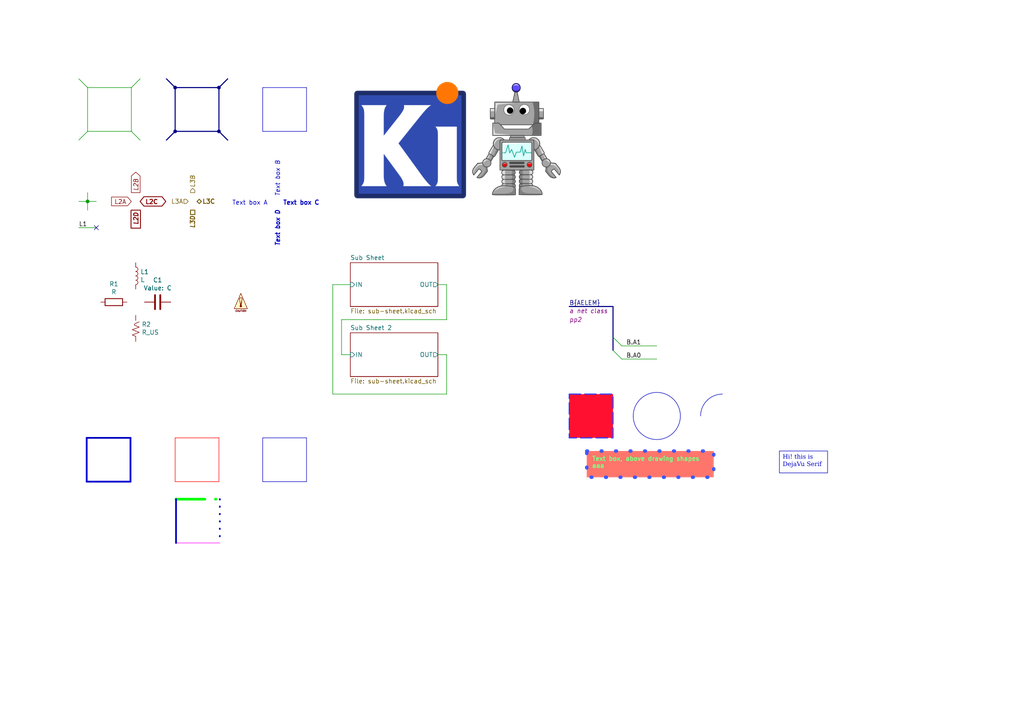
<source format=kicad_sch>
(kicad_sch (version 20230121) (generator eeschema)
  (paper "A4")
  (title_block (title "Title") (date "2020-08-12") (rev "r1B") (company "Company") (comment 1 "Comment 1") (comment 2 "Comment 2") (comment 3 "Comment 3") (comment 4 "@Comment4@"))
  (lib_symbols
    (symbol "Device:C" (pin_numbers hide) (pin_names (offset 0.254))
      (property "Reference" "C" (at 0.635 2.54 0))
      (property "Value" "C" (at 0.635 -2.54 0))
      (symbol "C_0_1"
        (polyline (pts (xy -2.032 -0.762) (xy 2.032 -0.762)) (stroke (width 0.508)))
        (polyline (pts (xy -2.032 0.762) (xy 2.032 0.762)) (stroke (width 0.508)))
      )
      (symbol "C_1_1"
        (pin passive line (at 0 3.81 270) (length 2.794) (name "~") (number "1"))
        (pin passive line (at 0 -3.81 90) (length 2.794) (name "~") (number "2"))
      )
    )
    (symbol "Device:L" (pin_numbers hide) (pin_names (offset 1.016) hide)
      (property "Reference" "L" (at -1.27 0 90))
      (property "Value" "L" (at 1.905 0 90))
      (symbol "L_0_1"
        (arc (start 0 -2.54) (mid 0.6323 -1.905) (end 0 -1.27))
        (arc (start 0 -1.27) (mid 0.6323 -0.635) (end 0 0))
        (arc (start 0 0) (mid 0.6323 0.635) (end 0 1.27))
        (arc (start 0 1.27) (mid 0.6323 1.905) (end 0 2.54))
      )
      (symbol "L_1_1"
        (pin passive line (at 0 3.81 270) (length 1.27) (name "1") (number "1"))
        (pin passive line (at 0 -3.81 90) (length 1.27) (name "2") (number "2"))
      )
    )
    (symbol "Device:R_US" (pin_numbers hide) (pin_names (offset 0))
      (property "Reference" "R" (at 2.54 0 90))
      (property "Value" "R_US" (at -2.54 0 90))
      (symbol "R_US_0_0"
        (bezier (pts (xy 0 -0.762) (xy 1.016 -1.143) (xy 0 -1.524) (xy -1.016 -1.905)))
        (polyline (pts (xy 0 -2.286) (xy 0 -2.54)))
        (polyline (pts (xy 0 2.286) (xy 0 2.54)))
        (polyline (pts (xy 0 0.762) (xy 1.016 0.381) (xy 0 0) (xy -1.016 -0.381) (xy 0 -0.762)))
        (polyline (pts (xy 0 2.286) (xy 1.016 1.905) (xy 0 1.524) (xy -1.016 1.143) (xy 0 0.762)))
      )
      (symbol "R_US_1_1"
        (pin passive line (at 0 3.81 270) (length 1.27) (name "~") (number "1"))
        (pin passive line (at 0 -3.81 90) (length 1.27) (name "~") (number "2"))
      )
      (symbol "R_US_1_2"
        (pin passive line (at 0 3.81 270) (length 1.27) (name "~") (number "1"))
        (pin passive line (at 0 -3.81 90) (length 1.27) (name "~") (number "2"))
      )
    )
    (symbol "l1:Resistor" (pin_numbers hide) (pin_names (offset 0))
      (property "Reference" "R" (at 2.032 0 90))
      (property "Value" "Resistor" (at 0 0 90))
      (symbol "Resistor_0_1"
        (rectangle (start -1.016 -2.54) (end 1.016 2.54) (stroke (width 0.254)))
      )
      (symbol "Resistor_1_1"
        (pin passive line (at 0 3.81 270) (length 1.27) (name "~") (number "1"))
        (pin passive line (at 0 -3.81 90) (length 1.27) (name "~") (number "2"))
      )
    )
    (symbol "l1:SYM_CAUTION" (pin_names (offset 1.016))
      (symbol "SYM_CAUTION_0_0"
        (circle (center 0 -1.1684) (radius 0.254) (fill (type outline)))
        (polyline (pts (xy -0.127 -0.762) (xy -0.381 1.016)) (fill (type outline)))
        (polyline (pts (xy -0.127 -0.762) (xy 0.127 -0.762) (xy 0.381 1.016)) (fill (type outline)))
        (polyline (pts (xy -1.27 -1.905) (xy 1.905 -1.905) (xy 0 2.54) (xy -1.905 -1.905) (xy -1.27 -1.905)) (fill (type background)))
        (arc (start 0.381 1.016) (mid 0 1.2906) (end -0.381 1.016))
        (text "CAUTION" (at 0 -2.54 0) (effects (font (size 0.508 0.508) italic)))
      )
    )
  )
  (bus_alias "AELEM" (members "A1" "A0"))
  (junction (at 63.5 25.4))
  (junction (at 63.5 38.1))
  (junction (at 25.4 58.42))
  (junction (at 50.8 38.1))
  (junction (at 50.8 25.4))
  (no_connect (at 27.94 66.04))
  (bus_entry (at 177.8 101.6) (size 2.54 2.54))
  (bus_entry (at 177.8 97.79) (size 2.54 2.54))
  (bus_entry (at 25.4 25.4) (size -2.54 -2.54))
  (bus_entry (at 38.1 38.1) (size 2.54 2.54))
  (bus_entry (at 25.4 38.1) (size -2.54 2.54))
  (bus_entry (at 38.1 25.4) (size 2.54 -2.54))
  (wire (pts (xy 99.06 92.71) (xy 99.06 102.87)))
  (polyline (pts (xy 25.146 127) (xy 37.846 127)) (stroke (width 0.508)))
  (polyline (pts (xy 88.9 25.4) (xy 88.9 38.1)))
  (polyline (pts (xy 37.846 139.7) (xy 25.146 139.7)) (stroke (width 0.508)))
  (wire (pts (xy 38.1 38.1) (xy 25.4 38.1)))
  (polyline (pts (xy 88.9 139.7) (xy 76.2 139.7)) (stroke (width 0) (type solid)))
  (wire (pts (xy 129.54 114.3) (xy 96.52 114.3)))
  (polyline (pts (xy 50.8 139.7) (xy 50.8 127)) (stroke (width 0) (color 255 0 0 1)))
  (polyline (pts (xy 37.846 127) (xy 37.846 139.7)) (stroke (width 0.508)))
  (bus (pts (xy 177.8 88.9) (xy 177.8 97.79)))
  (polyline (pts (xy 76.2 127) (xy 88.9 127)) (stroke (width 0) (type solid)))
  (wire (pts (xy 25.4 58.42) (xy 27.94 58.42)))
  (bus (pts (xy 50.8 25.4) (xy 48.26 22.86)))
  (wire (pts (xy 96.52 82.55) (xy 101.6 82.55)))
  (wire (pts (xy 129.54 82.55) (xy 129.54 92.71)))
  (wire (pts (xy 22.86 58.42) (xy 25.4 58.42)))
  (polyline (pts (xy 51.054 144.78) (xy 63.754 144.78)) (stroke (width 0.762) (type dash_dot) (color 0 255 0 1)))
  (polyline (pts (xy 76.2 25.4) (xy 88.9 25.4)))
  (bus (pts (xy 50.8 38.1) (xy 48.26 40.64)))
  (bus (pts (xy 63.5 38.1) (xy 66.04 40.64)))
  (polyline (pts (xy 50.8 127) (xy 63.5 127)) (stroke (width 0) (color 255 0 0 1)))
  (wire (pts (xy 129.54 102.87) (xy 129.54 114.3)))
  (wire (pts (xy 127 102.87) (xy 129.54 102.87)))
  (wire (pts (xy 99.06 102.87) (xy 101.6 102.87)))
  (bus (pts (xy 63.5 25.4) (xy 63.5 38.1)))
  (wire (pts (xy 25.4 25.4) (xy 38.1 25.4)))
  (polyline (pts (xy 88.9 127) (xy 88.9 139.7)) (stroke (width 0) (type solid)))
  (wire (pts (xy 180.34 104.14) (xy 190.5 104.14)))
  (polyline (pts (xy 76.2 139.7) (xy 76.2 127)) (stroke (width 0) (type solid)))
  (polyline (pts (xy 51.054 157.48) (xy 51.054 144.78)) (stroke (width 0.508)))
  (wire (pts (xy 127 82.55) (xy 129.54 82.55)))
  (polyline (pts (xy 76.2 38.1) (xy 76.2 25.4)))
  (bus (pts (xy 177.8 97.79) (xy 177.8 101.6)))
  (bus (pts (xy 63.5 25.4) (xy 66.04 22.86)))
  (wire (pts (xy 180.34 100.33) (xy 190.5 100.33)))
  (wire (pts (xy 22.86 66.04) (xy 27.94 66.04)))
  (polyline (pts (xy 63.5 139.7) (xy 50.8 139.7)) (stroke (width 0) (color 255 0 0 1)))
  (bus (pts (xy 50.8 25.4) (xy 63.5 25.4)))
  (wire (pts (xy 25.4 58.42) (xy 25.4 60.96)))
  (wire (pts (xy 38.1 25.4) (xy 38.1 38.1)))
  (wire (pts (xy 129.54 92.71) (xy 99.06 92.71)))
  (wire (pts (xy 96.52 114.3) (xy 96.52 82.55)))
  (bus (pts (xy 165.1 88.9) (xy 177.8 88.9)))
  (polyline (pts (xy 63.754 157.48) (xy 51.054 157.48)) (stroke (width 0) (type solid) (color 255 0 255 1)))
  (polyline (pts (xy 88.9 38.1) (xy 76.2 38.1)))
  (polyline (pts (xy 25.146 139.7) (xy 25.146 127)) (stroke (width 0.508)))
  (wire (pts (xy 25.4 38.1) (xy 25.4 25.4)))
  (polyline (pts (xy 63.754 144.78) (xy 63.754 157.48)) (stroke (width 0.508) (type dot)))
  (bus (pts (xy 50.8 38.1) (xy 50.8 25.4)))
  (bus (pts (xy 63.5 38.1) (xy 50.8 38.1)))
  (polyline (pts (xy 63.5 127) (xy 63.5 139.7)) (stroke (width 0) (color 255 0 0 1)))
  (wire (pts (xy 25.4 55.88) (xy 25.4 58.42)))
  (arc (start 203.2 120.65) (mid 205.0599 116.1599) (end 209.55 114.3))
  (circle (center 190.5 120.65) (radius 6.8392))
  (rectangle (start 165.1 114.3) (end 177.8 127) (stroke (width 0.3) (type dash) (color 14 44 255 1)) (fill (type color) (color 255 16 48 1)))
  (image (at 133.35 40.64))
  (text_box "Hi! this is DejaVu Serif" (at 226.06 130.81 0) (size 13.97 6.35) (effects (font (size 1.27 1.27)) (justify left top)))
  (text_box "Text box, above drawing shapes aaa" (at 170.18 130.81 0) (size 36.83 7.62) (stroke (width 1) (type dot) (color 56 85 255 1)) (fill (type color) (color 255 117 107 1)) (effects (font (size 1.27 1.27) (thickness 0.254) bold) (justify left top)))
  (text "Text box B" (at 81.28 57.15 90) (effects (font (size 1.27 1.27) italic) (justify left bottom)))
  (text "Text box A" (at 67.31 59.69 0) (effects (font (size 1.27 1.27)) (justify left bottom)))
  (text "Text box C" (at 92.71 59.69 0) (effects (font (size 1.27 1.27) (thickness 0.254) bold) (justify right bottom)))
  (text "Text box D" (at 81.28 60.96 90) (effects (font (size 1.27 1.27) (thickness 0.254) bold italic) (justify right bottom)))
  (label "B.A0" (at 181.61 104.14 0))
  (label "B.A1" (at 181.61 100.33 0))
  (label "L1" (at 22.86 66.04 0))
  (label "B{AELEM}" (at 165.1 88.9 0) (property "Netclass" "a net class" (at 165.1 90.17 0) (effects (font italic) (justify left))) (property "Something" "pp2" (at 165.1 92.71 0) (effects (font italic) (justify left))))
  (global_label "L2B" (shape output) (at 39.37 55.88 90) (effects (font italic)) (property "Intersheetrefs" "${INTERSHEET_REFS}" (effects hide)))
  (global_label "L2A" (shape input) (at 38.1 58.42 180) (property "Intersheetrefs" "${INTERSHEET_REFS}" (effects hide)))
  (global_label "L2C" (shape bidirectional) (at 40.64 58.42 0) (effects (font (thickness 0.254) bold)) (property "Intersheetrefs" "${INTERSHEET_REFS}" (effects hide)))
  (global_label "L2D" (shape passive) (at 39.37 60.96 270) (effects (font (thickness 0.254) bold italic)) (property "Intersheetrefs" "${INTERSHEET_REFS}" (effects hide)))
  (hierarchical_label "L3B" (shape output) (at 55.88 55.88 90) (effects (font italic)))
  (hierarchical_label "L3C" (shape bidirectional) (at 57.15 58.42 0) (effects (font (thickness 0.254) bold)))
  (hierarchical_label "L3A" (shape input) (at 54.61 58.42 180))
  (hierarchical_label "L3D" (shape passive) (at 55.88 60.96 270) (effects (font (thickness 0.254) bold italic)))
  (symbol (lib_id "l1:Resistor") (at 33.02 87.63 270) (unit 1)
    (property "Reference" "R1" (at 33.02 82.3722 90))
    (property "Value" "R" (at 33.02 84.6836 90))
    (property "Footprint" "Resistor_SMD:R_0805_2012Metric" (effects hide))
    (property "Test" "Hi! \"quoted text\"" (effects hide))
  )
  (symbol (lib_id "Device:L") (at 39.37 80.01 0) (unit 1)
    (property "Reference" "L1" (at 40.7162 78.8416 0) (effects (justify left)))
    (property "Value" "L" (at 40.7162 81.153 0) (effects (justify left)))
    (property "Footprint" "Capacitor_SMD:C_0805_2012Metric" (effects hide))
  )
  (symbol (lib_id "Device:C") (at 45.72 87.63 90) (unit 1)
    (property "Reference" "C1" (at 45.72 81.2292 90))
    (property "Value" "C" (at 45.72 83.5406 90) (show_name))
    (property "Footprint" "Capacitor_SMD:C_0805_2012Metric" (effects hide))
  )
  (symbol (lib_id "Device:R_US") (at 39.37 95.25 180) (unit 1) (convert 2)
    (property "Reference" "R2" (at 41.0972 94.0816 0) (effects (justify right)))
    (property "Value" "R_US" (at 41.0972 96.393 0) (effects (justify right)))
    (property "Footprint" "Resistor_SMD:R_0805_2012Metric" (effects hide))
  )
  (symbol (lib_id "l1:SYM_CAUTION") (at 69.85 87.63 0) (unit 1)
    (property "Reference" "#SYM_CAUTION1" (effects hide))
    (property "Value" "SYM_CAUTION" (effects hide))
  )
  (sheet (at 101.6 76.2) (size 25.4 12.7)
    (property "Sheetname" "Sub Sheet" (at 101.6 75.4884 0) (effects (justify left bottom)))
    (property "Sheetfile" "sub-sheet.kicad_sch" (at 101.6 89.4846 0) (effects (justify left top)))
    (pin "OUT" output (at 127 82.55 0))
    (pin "IN" input (at 101.6 82.55 180))
  )
  (sheet (at 101.6 96.52) (size 25.4 12.7)
    (property "Sheetname" "Sub Sheet 2" (at 101.6 95.8084 0) (effects (justify left bottom)))
    (property "Sheetfile" "sub-sheet.kicad_sch" (at 101.6 109.8046 0) (effects (justify left top)))
    (pin "OUT" output (at 127 102.87 0))
    (pin "IN" input (at 101.6 102.87 180))
  )
)
</source>
